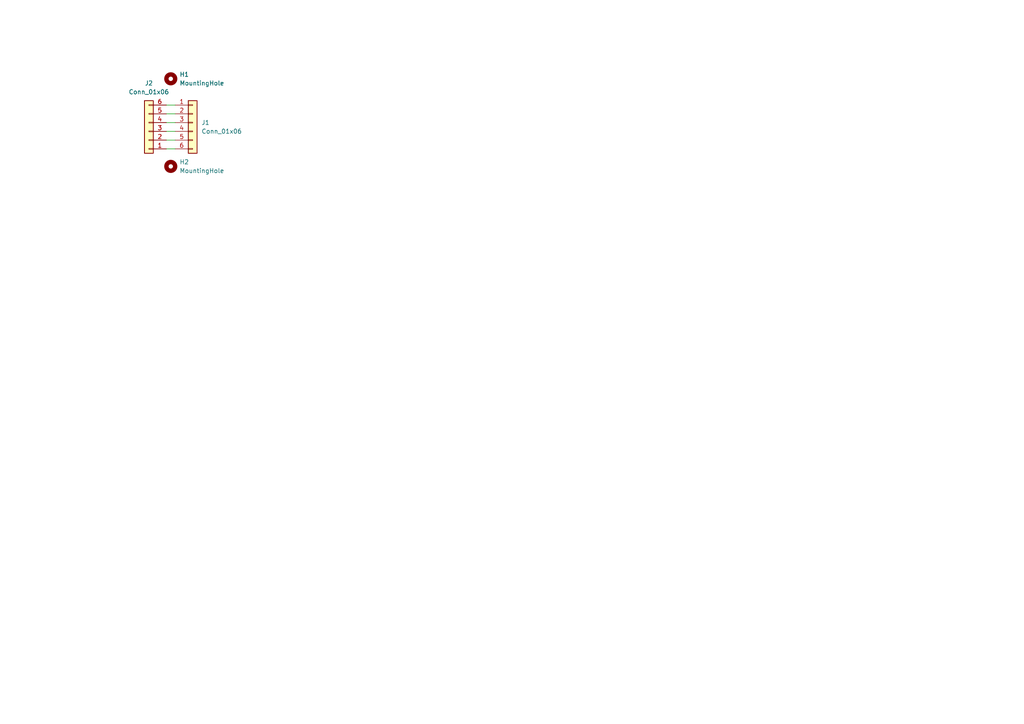
<source format=kicad_sch>
(kicad_sch (version 20231120) (generator "eeschema") (generator_version "8.0")
  (paper "A4")
  (lib_symbols
    (symbol "Connector_Generic:Conn_01x06" (pin_names (offset 1.016) hide)
      (property "Reference" "J" (at 0 7.62 0))
      (property "Value" "Conn_01x06" (at 0 -10.16 0))
      (symbol "Conn_01x06_1_1"
        (rectangle (start -1.27 -7.493) (end 0 -7.747) (stroke (width 0.1524)))
        (rectangle (start -1.27 -4.953) (end 0 -5.207) (stroke (width 0.1524)))
        (rectangle (start -1.27 -2.413) (end 0 -2.667) (stroke (width 0.1524)))
        (rectangle (start -1.27 0.127) (end 0 -0.127) (stroke (width 0.1524)))
        (rectangle (start -1.27 2.667) (end 0 2.413) (stroke (width 0.1524)))
        (rectangle (start -1.27 5.207) (end 0 4.953) (stroke (width 0.1524)))
        (rectangle (start -1.27 6.35) (end 1.27 -8.89) (stroke (width 0.254)) (fill (type background)))
        (pin passive line (at -5.08 5.08 0) (length 3.81) (name "Pin_1") (number "1"))
        (pin passive line (at -5.08 2.54 0) (length 3.81) (name "Pin_2") (number "2"))
        (pin passive line (at -5.08 0 0) (length 3.81) (name "Pin_3") (number "3"))
        (pin passive line (at -5.08 -2.54 0) (length 3.81) (name "Pin_4") (number "4"))
        (pin passive line (at -5.08 -5.08 0) (length 3.81) (name "Pin_5") (number "5"))
        (pin passive line (at -5.08 -7.62 0) (length 3.81) (name "Pin_6") (number "6"))
      )
    )
    (symbol "Mechanical:MountingHole" (pin_names (offset 1.016)) (exclude_from_sim yes) (in_bom no)
      (property "Reference" "H" (at 0 5.08 0))
      (property "Value" "MountingHole" (at 0 3.175 0))
      (symbol "MountingHole_0_1"
        (circle (center 0 0) (radius 1.27) (stroke (width 1.27)))
      )
    )
  )
  (wire (pts (xy 48.26 30.48) (xy 50.8 30.48)))
  (wire (pts (xy 48.26 35.56) (xy 50.8 35.56)))
  (wire (pts (xy 48.26 43.18) (xy 50.8 43.18)))
  (wire (pts (xy 48.26 38.1) (xy 50.8 38.1)))
  (wire (pts (xy 48.26 40.64) (xy 50.8 40.64)))
  (wire (pts (xy 48.26 33.02) (xy 50.8 33.02)))
  (symbol (lib_id "Connector_Generic:Conn_01x06") (at 55.88 35.56 0) (unit 1)
    (property "Reference" "J1" (at 58.42 35.5599 0) (effects (justify left)))
    (property "Value" "Conn_01x06" (at 58.42 38.0999 0) (effects (justify left)))
    (property "Footprint" "Connector_JST:JST_GH_SM06B-GHS-TB_1x06-1MP_P1.25mm_Horizontal" (effects (hide yes)))
    (property "Description" "Generic connector, single row, 01x06, script generated (kicad-library-utils/schlib/autogen/connector/)" (effects (hide yes)))
  )
  (symbol (lib_id "Connector_Generic:Conn_01x06") (at 43.18 38.1 180) (unit 1)
    (property "Reference" "J2" (at 43.18 24.13 0))
    (property "Value" "Conn_01x06" (at 43.18 26.67 0))
    (property "Footprint" "Connector_PinHeader_2.54mm:PinHeader_1x06_P2.54mm_Vertical" (effects (hide yes)))
    (property "Description" "Generic connector, single row, 01x06, script generated (kicad-library-utils/schlib/autogen/connector/)" (effects (hide yes)))
  )
  (symbol (lib_id "Mechanical:MountingHole") (at 49.53 22.86 0) (unit 1) (exclude_from_sim yes) (in_bom no)
    (property "Reference" "H1" (at 52.07 21.5899 0) (effects (justify left)))
    (property "Value" "MountingHole" (at 52.07 24.1299 0) (effects (justify left)))
    (property "Footprint" "MountingHole:MountingHole_3.2mm_M3" (effects (hide yes)))
    (property "Description" "Mounting Hole without connection" (effects (hide yes)))
  )
  (symbol (lib_id "Mechanical:MountingHole") (at 49.53 48.26 0) (unit 1) (exclude_from_sim yes) (in_bom no)
    (property "Reference" "H2" (at 52.07 46.9899 0) (effects (justify left)))
    (property "Value" "MountingHole" (at 52.07 49.5299 0) (effects (justify left)))
    (property "Footprint" "MountingHole:MountingHole_3.2mm_M3" (effects (hide yes)))
    (property "Description" "Mounting Hole without connection" (effects (hide yes)))
  )
)
</source>
